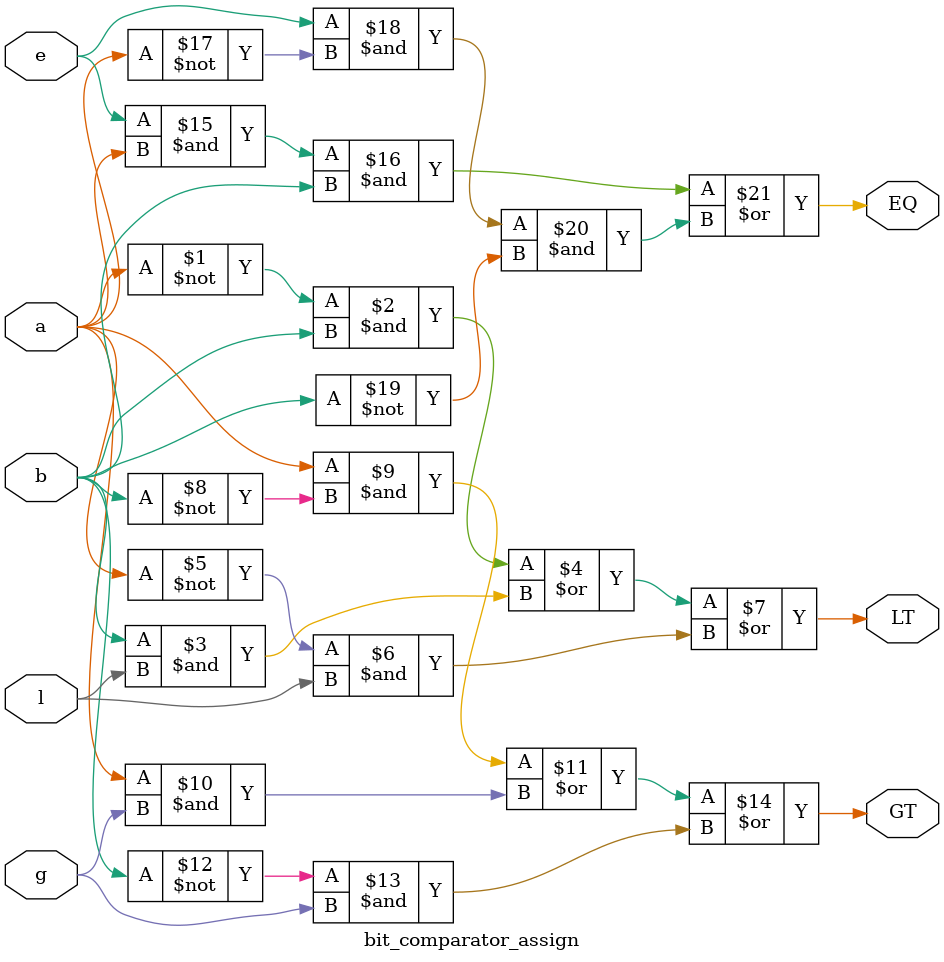
<source format=sv>
`timescale 1ns/1ns
module bit_comparator_assign(input a,b,l,e,g,output LT,GT,EQ);
	assign #(50,45) LT=(~a&b)|(b&l)|(~a&l);
	assign #(55,53) GT=(a&~b)|(a&g)|(~b&g);
	assign #(30,42) EQ=(e&a&b)|(e&~a&~b);
endmodule


</source>
